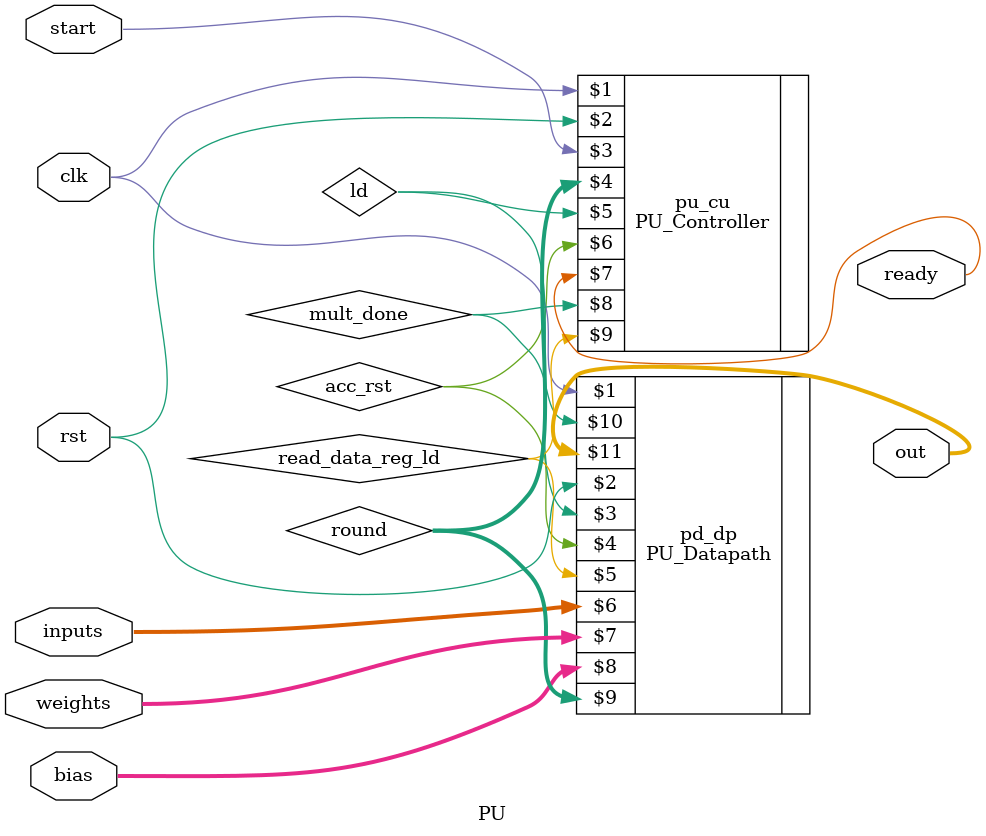
<source format=v>
`timescale 1ns/1ns

module PU(input clk, rst, start, input[62*8-1:0] inputs, weights, input[7:0] bias, output[7:0] out, output ready);
  wire ld, acc_rst, mult_done, read_data_reg_ld;
  wire[3:0] round;
  PU_Datapath pd_dp(clk, rst, ld, acc_rst, read_data_reg_ld, inputs, weights, bias, round, mult_done, out);
  PU_Controller pu_cu(clk, rst, start, round, ld, acc_rst, ready, mult_done, read_data_reg_ld);
endmodule
</source>
